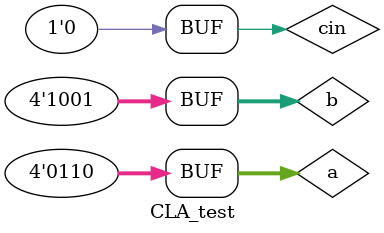
<source format=v>
`timescale 1ns / 1ps


module CLA_test;

	// Inputs
	reg [3:0] a;
	reg [3:0] b;
	reg cin;

	// Outputs
	wire [3:0] sum;
	wire cout;

	// Instantiate the Unit Under Test (UUT)
	CLA_Adder uut (
		.a(a), 
		.b(b), 
		.cin(cin), 
		.sum(sum), 
		.cout(cout)
	);

	initial begin
		// Initialize Inputs
		a = 0;
		b = 0;
		cin = 0;

		// Wait 100 ns for global reset to finish
		#100;
		
		a = 1;
		b = 2;
		cin = 1;

		// Wait 100 ns for global reset to finish
		#100;
		
		a = 15;
		b = 2;
		cin = 1;

		// Wait 100 ns for global reset to finish
		#100;
		
		a = 6;
		b = 9;
		cin = 0;

		// Wait 100 ns for global reset to finish
		#100;
        
		// Add stimulus here

	end
      
endmodule


</source>
